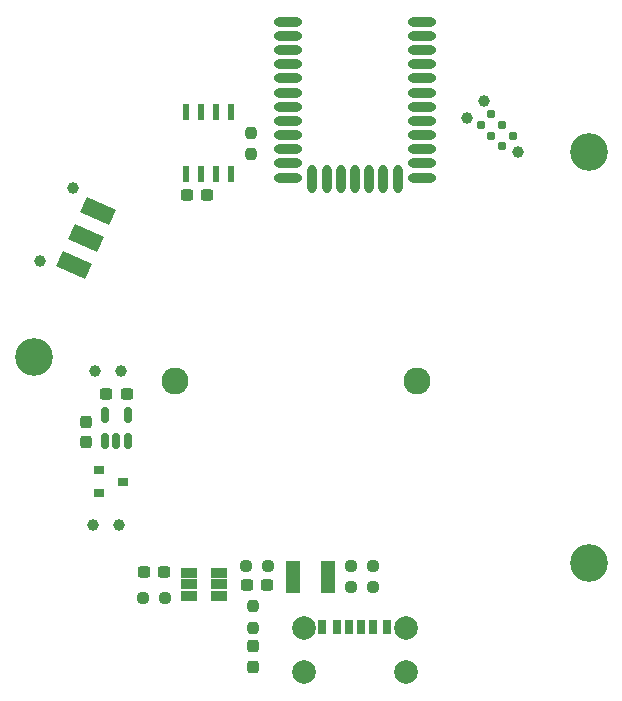
<source format=gbs>
%TF.GenerationSoftware,KiCad,Pcbnew,8.0.0*%
%TF.CreationDate,2024-04-20T13:33:13+02:00*%
%TF.ProjectId,BAT2024,42415432-3032-4342-9e6b-696361645f70,1.0*%
%TF.SameCoordinates,Original*%
%TF.FileFunction,Soldermask,Bot*%
%TF.FilePolarity,Negative*%
%FSLAX46Y46*%
G04 Gerber Fmt 4.6, Leading zero omitted, Abs format (unit mm)*
G04 Created by KiCad (PCBNEW 8.0.0) date 2024-04-20 13:33:13*
%MOMM*%
%LPD*%
G01*
G04 APERTURE LIST*
G04 Aperture macros list*
%AMRoundRect*
0 Rectangle with rounded corners*
0 $1 Rounding radius*
0 $2 $3 $4 $5 $6 $7 $8 $9 X,Y pos of 4 corners*
0 Add a 4 corners polygon primitive as box body*
4,1,4,$2,$3,$4,$5,$6,$7,$8,$9,$2,$3,0*
0 Add four circle primitives for the rounded corners*
1,1,$1+$1,$2,$3*
1,1,$1+$1,$4,$5*
1,1,$1+$1,$6,$7*
1,1,$1+$1,$8,$9*
0 Add four rect primitives between the rounded corners*
20,1,$1+$1,$2,$3,$4,$5,0*
20,1,$1+$1,$4,$5,$6,$7,0*
20,1,$1+$1,$6,$7,$8,$9,0*
20,1,$1+$1,$8,$9,$2,$3,0*%
G04 Aperture macros list end*
%ADD10RoundRect,0.150000X0.150000X-0.512500X0.150000X0.512500X-0.150000X0.512500X-0.150000X-0.512500X0*%
%ADD11RoundRect,0.237500X0.300000X0.237500X-0.300000X0.237500X-0.300000X-0.237500X0.300000X-0.237500X0*%
%ADD12R,0.900000X0.800000*%
%ADD13RoundRect,0.237500X0.237500X-0.300000X0.237500X0.300000X-0.237500X0.300000X-0.237500X-0.300000X0*%
%ADD14C,1.000000*%
%ADD15RoundRect,0.237500X0.237500X-0.287500X0.237500X0.287500X-0.237500X0.287500X-0.237500X-0.287500X0*%
%ADD16C,2.280000*%
%ADD17RoundRect,0.237500X-0.250000X-0.237500X0.250000X-0.237500X0.250000X0.237500X-0.250000X0.237500X0*%
%ADD18O,2.400000X0.800000*%
%ADD19O,0.800000X2.400000*%
%ADD20C,3.200000*%
%ADD21RoundRect,0.237500X0.250000X0.237500X-0.250000X0.237500X-0.250000X-0.237500X0.250000X-0.237500X0*%
%ADD22RoundRect,0.237500X-0.300000X-0.237500X0.300000X-0.237500X0.300000X0.237500X-0.300000X0.237500X0*%
%ADD23RoundRect,0.237500X-0.237500X0.250000X-0.237500X-0.250000X0.237500X-0.250000X0.237500X0.250000X0*%
%ADD24RoundRect,0.054880X0.652120X0.337120X-0.652120X0.337120X-0.652120X-0.337120X0.652120X-0.337120X0*%
%ADD25RoundRect,0.102000X0.897890X-1.056548X1.385974X0.039706X-0.897890X1.056548X-1.385974X-0.039706X0*%
%ADD26C,0.990600*%
%ADD27C,0.787400*%
%ADD28RoundRect,0.237500X0.237500X-0.250000X0.237500X0.250000X-0.237500X0.250000X-0.237500X-0.250000X0*%
%ADD29R,0.700000X1.200000*%
%ADD30R,0.760000X1.200000*%
%ADD31R,0.800000X1.200000*%
%ADD32C,2.010000*%
%ADD33R,0.600000X1.325000*%
%ADD34R,1.180000X2.810000*%
G04 APERTURE END LIST*
D10*
%TO.C,U1*%
X94978000Y-64465500D03*
X94028000Y-64465500D03*
X93078000Y-64465500D03*
X93078000Y-62190500D03*
X94978000Y-62190500D03*
%TD*%
D11*
%TO.C,C8*%
X94890500Y-60465500D03*
X93165500Y-60465500D03*
%TD*%
%TO.C,C10*%
X101690500Y-43628000D03*
X99965500Y-43628000D03*
%TD*%
D12*
%TO.C,Q1*%
X92528000Y-68828000D03*
X92528000Y-66928000D03*
X94628000Y-67878000D03*
%TD*%
D13*
%TO.C,C7*%
X91428000Y-64528000D03*
X91428000Y-62803000D03*
%TD*%
D14*
%TO.C,TP2*%
X94228000Y-71528000D03*
%TD*%
D15*
%TO.C,D1*%
X105628000Y-83558000D03*
X105628000Y-81808000D03*
%TD*%
D16*
%TO.C,H1*%
X99028000Y-59328000D03*
X119518000Y-59328000D03*
%TD*%
D17*
%TO.C,R6*%
X105015500Y-74978000D03*
X106840500Y-74978000D03*
%TD*%
D18*
%TO.C,IC1*%
X119878000Y-28928000D03*
X119878000Y-30128000D03*
X119878000Y-31328000D03*
X119878000Y-32528000D03*
X119878000Y-33728000D03*
X119878000Y-34928000D03*
X119878000Y-36128000D03*
X119878000Y-37328000D03*
X119878000Y-38528000D03*
X119878000Y-39728000D03*
X119878000Y-40928000D03*
X119878000Y-42128000D03*
D19*
X117828000Y-42228000D03*
X116628000Y-42228000D03*
X115428000Y-42228000D03*
X114228000Y-42228000D03*
X113028000Y-42228000D03*
X111828000Y-42228000D03*
X110628000Y-42228000D03*
D18*
X108578000Y-42128000D03*
X108578000Y-40928000D03*
X108578000Y-39728000D03*
X108578000Y-38528000D03*
X108578000Y-37328000D03*
X108578000Y-36128000D03*
X108578000Y-34928000D03*
X108578000Y-33728000D03*
X108578000Y-32528000D03*
X108578000Y-31328000D03*
X108578000Y-30128000D03*
X108578000Y-28928000D03*
%TD*%
D20*
%TO.C,H4*%
X134028000Y-74728000D03*
%TD*%
D21*
%TO.C,R7*%
X98133000Y-77740500D03*
X96308000Y-77740500D03*
%TD*%
D22*
%TO.C,C6*%
X105065500Y-76590500D03*
X106790500Y-76590500D03*
%TD*%
D21*
%TO.C,R2*%
X115740500Y-75028000D03*
X113915500Y-75028000D03*
%TD*%
D14*
%TO.C,TP4*%
X92228000Y-58465500D03*
%TD*%
D23*
%TO.C,R9*%
X105428000Y-38315500D03*
X105428000Y-40140500D03*
%TD*%
D20*
%TO.C,H2*%
X134028000Y-39928000D03*
%TD*%
%TO.C,H3*%
X87028000Y-57328000D03*
%TD*%
D24*
%TO.C,U2*%
X102683000Y-75628000D03*
X102683000Y-76578000D03*
X102683000Y-77528000D03*
X100173000Y-77528000D03*
X100173000Y-76578000D03*
X100173000Y-75628000D03*
%TD*%
D21*
%TO.C,R1*%
X115728000Y-76828000D03*
X113903000Y-76828000D03*
%TD*%
D14*
%TO.C,S1*%
X87545095Y-49234055D03*
X90310905Y-43021945D03*
D25*
X90423407Y-49530389D03*
X91440250Y-47246526D03*
X92457092Y-44962662D03*
%TD*%
D26*
%TO.C,J2*%
X128024051Y-39924051D03*
X123713528Y-37050369D03*
X125150369Y-35613528D03*
D27*
X126677013Y-39475038D03*
X127575038Y-38577013D03*
X125778987Y-38577013D03*
X126677013Y-37678987D03*
X124880962Y-37678987D03*
X125778987Y-36780962D03*
%TD*%
D14*
%TO.C,TP3*%
X94428000Y-58465500D03*
%TD*%
D28*
%TO.C,R5*%
X105628000Y-80240500D03*
X105628000Y-78415500D03*
%TD*%
D29*
%TO.C,J1*%
X114708000Y-80148000D03*
D30*
X112688000Y-80148000D03*
D31*
X111458000Y-80148000D03*
D29*
X113708000Y-80148000D03*
D30*
X115728000Y-80148000D03*
D31*
X116958000Y-80148000D03*
D32*
X109888000Y-80228000D03*
X109888000Y-84028000D03*
X118528000Y-84028000D03*
X118528000Y-80228000D03*
%TD*%
D33*
%TO.C,IC2*%
X103733000Y-41840000D03*
X102463000Y-41840000D03*
X101193000Y-41840000D03*
X99923000Y-41840000D03*
X99923000Y-36616000D03*
X101193000Y-36616000D03*
X102463000Y-36616000D03*
X103733000Y-36616000D03*
%TD*%
D34*
%TO.C,F1*%
X111913000Y-75928000D03*
X108943000Y-75928000D03*
%TD*%
D11*
%TO.C,C5*%
X98083000Y-75540500D03*
X96358000Y-75540500D03*
%TD*%
D14*
%TO.C,TP1*%
X92028000Y-71528000D03*
%TD*%
M02*

</source>
